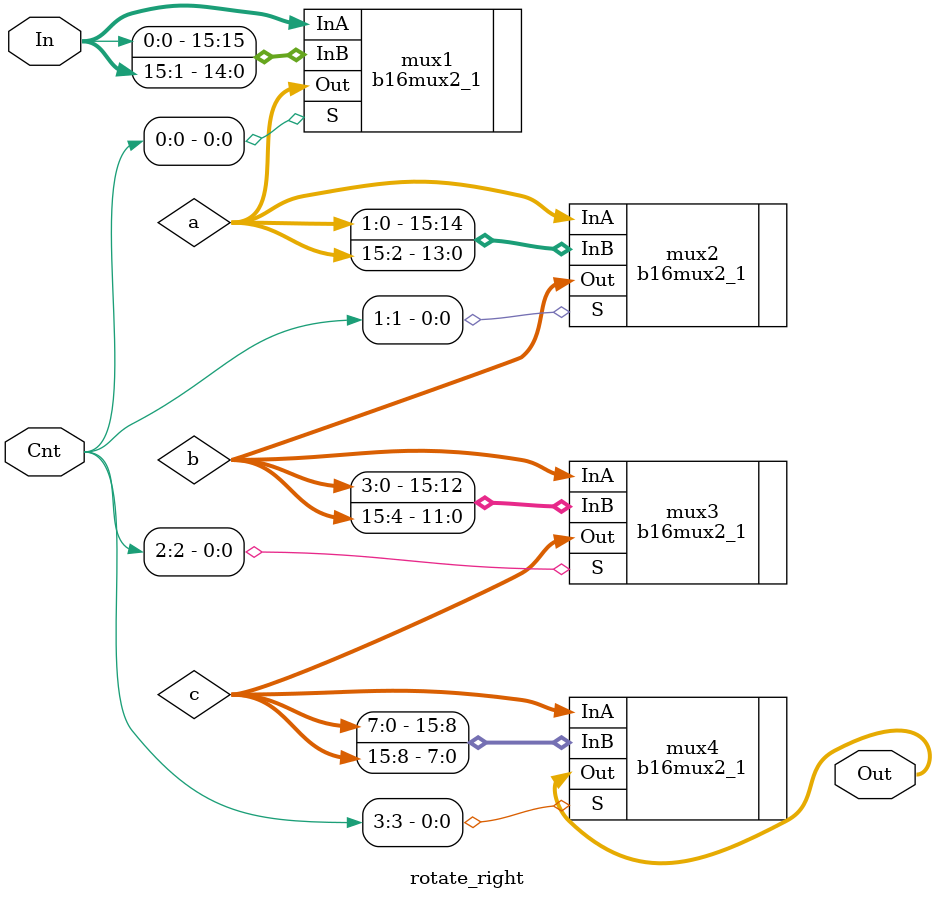
<source format=v>
module rotate_right(In,Cnt,Out);
input [15:0] In;
input [3:0] Cnt;
output [15:0] Out;
wire [15:0] a,b,c;

b16mux2_1 mux1(.InA(In),.InB({In[0], In[15:1]}),.S(Cnt[0]),.Out(a));
b16mux2_1 mux2(.InA(a),.InB({a[1:0], a[15:2]}),.S(Cnt[1]),.Out(b));
b16mux2_1 mux3(.InA(b),.InB({b[3:0], b[15:4]}),.S(Cnt[2]),.Out(c));
b16mux2_1 mux4(.InA(c),.InB({c[7:0], c[15:8]}),.S(Cnt[3]),.Out(Out));

endmodule

</source>
